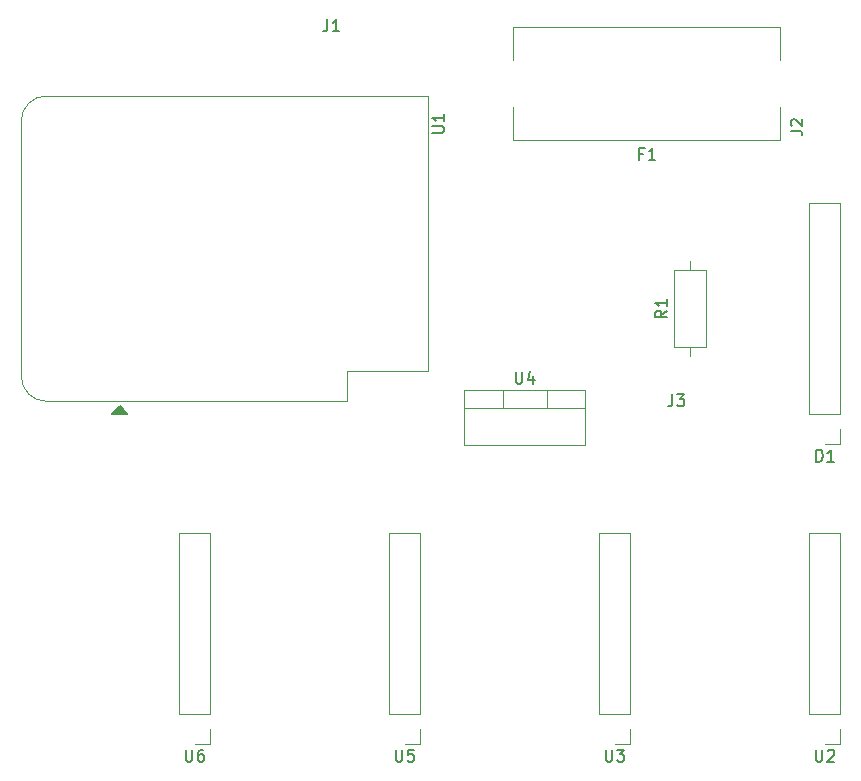
<source format=gbr>
%TF.GenerationSoftware,KiCad,Pcbnew,(5.1.10)-1*%
%TF.CreationDate,2021-07-27T21:20:26+02:00*%
%TF.ProjectId,LEDBeam,4c454442-6561-46d2-9e6b-696361645f70,rev?*%
%TF.SameCoordinates,Original*%
%TF.FileFunction,Legend,Top*%
%TF.FilePolarity,Positive*%
%FSLAX46Y46*%
G04 Gerber Fmt 4.6, Leading zero omitted, Abs format (unit mm)*
G04 Created by KiCad (PCBNEW (5.1.10)-1) date 2021-07-27 21:20:26*
%MOMM*%
%LPD*%
G01*
G04 APERTURE LIST*
%ADD10C,0.120000*%
%ADD11C,0.150000*%
G04 APERTURE END LIST*
D10*
%TO.C,R1*%
X58320000Y-71850000D02*
X61060000Y-71850000D01*
X61060000Y-71850000D02*
X61060000Y-65310000D01*
X61060000Y-65310000D02*
X58320000Y-65310000D01*
X58320000Y-65310000D02*
X58320000Y-71850000D01*
X59690000Y-72620000D02*
X59690000Y-71850000D01*
X59690000Y-64540000D02*
X59690000Y-65310000D01*
%TO.C,U6*%
X19110000Y-105470000D02*
X17780000Y-105470000D01*
X19110000Y-104140000D02*
X19110000Y-105470000D01*
X19110000Y-102870000D02*
X16450000Y-102870000D01*
X16450000Y-102870000D02*
X16450000Y-87570000D01*
X19110000Y-102870000D02*
X19110000Y-87570000D01*
X19110000Y-87570000D02*
X16450000Y-87570000D01*
%TO.C,U5*%
X36890000Y-105470000D02*
X35560000Y-105470000D01*
X36890000Y-104140000D02*
X36890000Y-105470000D01*
X36890000Y-102870000D02*
X34230000Y-102870000D01*
X34230000Y-102870000D02*
X34230000Y-87570000D01*
X36890000Y-102870000D02*
X36890000Y-87570000D01*
X36890000Y-87570000D02*
X34230000Y-87570000D01*
%TO.C,U4*%
X47571000Y-75470000D02*
X47571000Y-76980000D01*
X43870000Y-75470000D02*
X43870000Y-76980000D01*
X40600000Y-76980000D02*
X50840000Y-76980000D01*
X50840000Y-75470000D02*
X50840000Y-80111000D01*
X40600000Y-75470000D02*
X40600000Y-80111000D01*
X40600000Y-80111000D02*
X50840000Y-80111000D01*
X40600000Y-75470000D02*
X50840000Y-75470000D01*
%TO.C,U3*%
X54670000Y-105470000D02*
X53340000Y-105470000D01*
X54670000Y-104140000D02*
X54670000Y-105470000D01*
X54670000Y-102870000D02*
X52010000Y-102870000D01*
X52010000Y-102870000D02*
X52010000Y-87570000D01*
X54670000Y-102870000D02*
X54670000Y-87570000D01*
X54670000Y-87570000D02*
X52010000Y-87570000D01*
%TO.C,U2*%
X72450000Y-105470000D02*
X71120000Y-105470000D01*
X72450000Y-104140000D02*
X72450000Y-105470000D01*
X72450000Y-102870000D02*
X69790000Y-102870000D01*
X69790000Y-102870000D02*
X69790000Y-87570000D01*
X72450000Y-102870000D02*
X72450000Y-87570000D01*
X72450000Y-87570000D02*
X69790000Y-87570000D01*
%TO.C,U1*%
X30650000Y-73890000D02*
X37550000Y-73890000D01*
X30650000Y-76430000D02*
X30650000Y-73890000D01*
D11*
G36*
X10795000Y-77470000D02*
G01*
X12065000Y-77470000D01*
X11430000Y-76835000D01*
X10795000Y-77470000D01*
G37*
X10795000Y-77470000D02*
X12065000Y-77470000D01*
X11430000Y-76835000D01*
X10795000Y-77470000D01*
D10*
X3090000Y-52690000D02*
X3090000Y-74300000D01*
X37550000Y-50570000D02*
X5220000Y-50570000D01*
X30650000Y-76430000D02*
X5220000Y-76430000D01*
X37550000Y-73890000D02*
X37550000Y-50570000D01*
X3090000Y-52700000D02*
G75*
G02*
X5220000Y-50570000I2130000J0D01*
G01*
X5220000Y-76430000D02*
G75*
G02*
X3090000Y-74300000I0J2130000D01*
G01*
%TO.C,F1*%
X67310000Y-44730000D02*
X67310000Y-47530000D01*
X67310000Y-44730000D02*
X44710000Y-44730000D01*
X67310000Y-54330000D02*
X44710000Y-54330000D01*
X67310000Y-51530000D02*
X67310000Y-54330000D01*
X44710000Y-51530000D02*
X44710000Y-54330000D01*
X44710000Y-44730000D02*
X44710000Y-47530000D01*
%TO.C,D1*%
X72450000Y-80070000D02*
X71120000Y-80070000D01*
X72450000Y-78740000D02*
X72450000Y-80070000D01*
X72450000Y-77470000D02*
X69790000Y-77470000D01*
X69790000Y-77470000D02*
X69790000Y-59630000D01*
X72450000Y-77470000D02*
X72450000Y-59630000D01*
X72450000Y-59630000D02*
X69790000Y-59630000D01*
%TO.C,R1*%
D11*
X57772380Y-68746666D02*
X57296190Y-69080000D01*
X57772380Y-69318095D02*
X56772380Y-69318095D01*
X56772380Y-68937142D01*
X56820000Y-68841904D01*
X56867619Y-68794285D01*
X56962857Y-68746666D01*
X57105714Y-68746666D01*
X57200952Y-68794285D01*
X57248571Y-68841904D01*
X57296190Y-68937142D01*
X57296190Y-69318095D01*
X57772380Y-67794285D02*
X57772380Y-68365714D01*
X57772380Y-68080000D02*
X56772380Y-68080000D01*
X56915238Y-68175238D01*
X57010476Y-68270476D01*
X57058095Y-68365714D01*
%TO.C,U6*%
X17018095Y-105922380D02*
X17018095Y-106731904D01*
X17065714Y-106827142D01*
X17113333Y-106874761D01*
X17208571Y-106922380D01*
X17399047Y-106922380D01*
X17494285Y-106874761D01*
X17541904Y-106827142D01*
X17589523Y-106731904D01*
X17589523Y-105922380D01*
X18494285Y-105922380D02*
X18303809Y-105922380D01*
X18208571Y-105970000D01*
X18160952Y-106017619D01*
X18065714Y-106160476D01*
X18018095Y-106350952D01*
X18018095Y-106731904D01*
X18065714Y-106827142D01*
X18113333Y-106874761D01*
X18208571Y-106922380D01*
X18399047Y-106922380D01*
X18494285Y-106874761D01*
X18541904Y-106827142D01*
X18589523Y-106731904D01*
X18589523Y-106493809D01*
X18541904Y-106398571D01*
X18494285Y-106350952D01*
X18399047Y-106303333D01*
X18208571Y-106303333D01*
X18113333Y-106350952D01*
X18065714Y-106398571D01*
X18018095Y-106493809D01*
%TO.C,U5*%
X34798095Y-105922380D02*
X34798095Y-106731904D01*
X34845714Y-106827142D01*
X34893333Y-106874761D01*
X34988571Y-106922380D01*
X35179047Y-106922380D01*
X35274285Y-106874761D01*
X35321904Y-106827142D01*
X35369523Y-106731904D01*
X35369523Y-105922380D01*
X36321904Y-105922380D02*
X35845714Y-105922380D01*
X35798095Y-106398571D01*
X35845714Y-106350952D01*
X35940952Y-106303333D01*
X36179047Y-106303333D01*
X36274285Y-106350952D01*
X36321904Y-106398571D01*
X36369523Y-106493809D01*
X36369523Y-106731904D01*
X36321904Y-106827142D01*
X36274285Y-106874761D01*
X36179047Y-106922380D01*
X35940952Y-106922380D01*
X35845714Y-106874761D01*
X35798095Y-106827142D01*
%TO.C,U4*%
X44958095Y-73922380D02*
X44958095Y-74731904D01*
X45005714Y-74827142D01*
X45053333Y-74874761D01*
X45148571Y-74922380D01*
X45339047Y-74922380D01*
X45434285Y-74874761D01*
X45481904Y-74827142D01*
X45529523Y-74731904D01*
X45529523Y-73922380D01*
X46434285Y-74255714D02*
X46434285Y-74922380D01*
X46196190Y-73874761D02*
X45958095Y-74589047D01*
X46577142Y-74589047D01*
%TO.C,U3*%
X52578095Y-105922380D02*
X52578095Y-106731904D01*
X52625714Y-106827142D01*
X52673333Y-106874761D01*
X52768571Y-106922380D01*
X52959047Y-106922380D01*
X53054285Y-106874761D01*
X53101904Y-106827142D01*
X53149523Y-106731904D01*
X53149523Y-105922380D01*
X53530476Y-105922380D02*
X54149523Y-105922380D01*
X53816190Y-106303333D01*
X53959047Y-106303333D01*
X54054285Y-106350952D01*
X54101904Y-106398571D01*
X54149523Y-106493809D01*
X54149523Y-106731904D01*
X54101904Y-106827142D01*
X54054285Y-106874761D01*
X53959047Y-106922380D01*
X53673333Y-106922380D01*
X53578095Y-106874761D01*
X53530476Y-106827142D01*
%TO.C,U2*%
X70358095Y-105922380D02*
X70358095Y-106731904D01*
X70405714Y-106827142D01*
X70453333Y-106874761D01*
X70548571Y-106922380D01*
X70739047Y-106922380D01*
X70834285Y-106874761D01*
X70881904Y-106827142D01*
X70929523Y-106731904D01*
X70929523Y-105922380D01*
X71358095Y-106017619D02*
X71405714Y-105970000D01*
X71500952Y-105922380D01*
X71739047Y-105922380D01*
X71834285Y-105970000D01*
X71881904Y-106017619D01*
X71929523Y-106112857D01*
X71929523Y-106208095D01*
X71881904Y-106350952D01*
X71310476Y-106922380D01*
X71929523Y-106922380D01*
%TO.C,U1*%
X37882380Y-53691904D02*
X38691904Y-53691904D01*
X38787142Y-53644285D01*
X38834761Y-53596666D01*
X38882380Y-53501428D01*
X38882380Y-53310952D01*
X38834761Y-53215714D01*
X38787142Y-53168095D01*
X38691904Y-53120476D01*
X37882380Y-53120476D01*
X38882380Y-52120476D02*
X38882380Y-52691904D01*
X38882380Y-52406190D02*
X37882380Y-52406190D01*
X38025238Y-52501428D01*
X38120476Y-52596666D01*
X38168095Y-52691904D01*
%TO.C,J3*%
X58226666Y-75842380D02*
X58226666Y-76556666D01*
X58179047Y-76699523D01*
X58083809Y-76794761D01*
X57940952Y-76842380D01*
X57845714Y-76842380D01*
X58607619Y-75842380D02*
X59226666Y-75842380D01*
X58893333Y-76223333D01*
X59036190Y-76223333D01*
X59131428Y-76270952D01*
X59179047Y-76318571D01*
X59226666Y-76413809D01*
X59226666Y-76651904D01*
X59179047Y-76747142D01*
X59131428Y-76794761D01*
X59036190Y-76842380D01*
X58750476Y-76842380D01*
X58655238Y-76794761D01*
X58607619Y-76747142D01*
%TO.C,J2*%
X68222380Y-53533333D02*
X68936666Y-53533333D01*
X69079523Y-53580952D01*
X69174761Y-53676190D01*
X69222380Y-53819047D01*
X69222380Y-53914285D01*
X68317619Y-53104761D02*
X68270000Y-53057142D01*
X68222380Y-52961904D01*
X68222380Y-52723809D01*
X68270000Y-52628571D01*
X68317619Y-52580952D01*
X68412857Y-52533333D01*
X68508095Y-52533333D01*
X68650952Y-52580952D01*
X69222380Y-53152380D01*
X69222380Y-52533333D01*
%TO.C,J1*%
X29016666Y-44092380D02*
X29016666Y-44806666D01*
X28969047Y-44949523D01*
X28873809Y-45044761D01*
X28730952Y-45092380D01*
X28635714Y-45092380D01*
X30016666Y-45092380D02*
X29445238Y-45092380D01*
X29730952Y-45092380D02*
X29730952Y-44092380D01*
X29635714Y-44235238D01*
X29540476Y-44330476D01*
X29445238Y-44378095D01*
%TO.C,F1*%
X55726666Y-55458571D02*
X55393333Y-55458571D01*
X55393333Y-55982380D02*
X55393333Y-54982380D01*
X55869523Y-54982380D01*
X56774285Y-55982380D02*
X56202857Y-55982380D01*
X56488571Y-55982380D02*
X56488571Y-54982380D01*
X56393333Y-55125238D01*
X56298095Y-55220476D01*
X56202857Y-55268095D01*
%TO.C,D1*%
X70381904Y-81522380D02*
X70381904Y-80522380D01*
X70620000Y-80522380D01*
X70762857Y-80570000D01*
X70858095Y-80665238D01*
X70905714Y-80760476D01*
X70953333Y-80950952D01*
X70953333Y-81093809D01*
X70905714Y-81284285D01*
X70858095Y-81379523D01*
X70762857Y-81474761D01*
X70620000Y-81522380D01*
X70381904Y-81522380D01*
X71905714Y-81522380D02*
X71334285Y-81522380D01*
X71620000Y-81522380D02*
X71620000Y-80522380D01*
X71524761Y-80665238D01*
X71429523Y-80760476D01*
X71334285Y-80808095D01*
%TD*%
M02*

</source>
